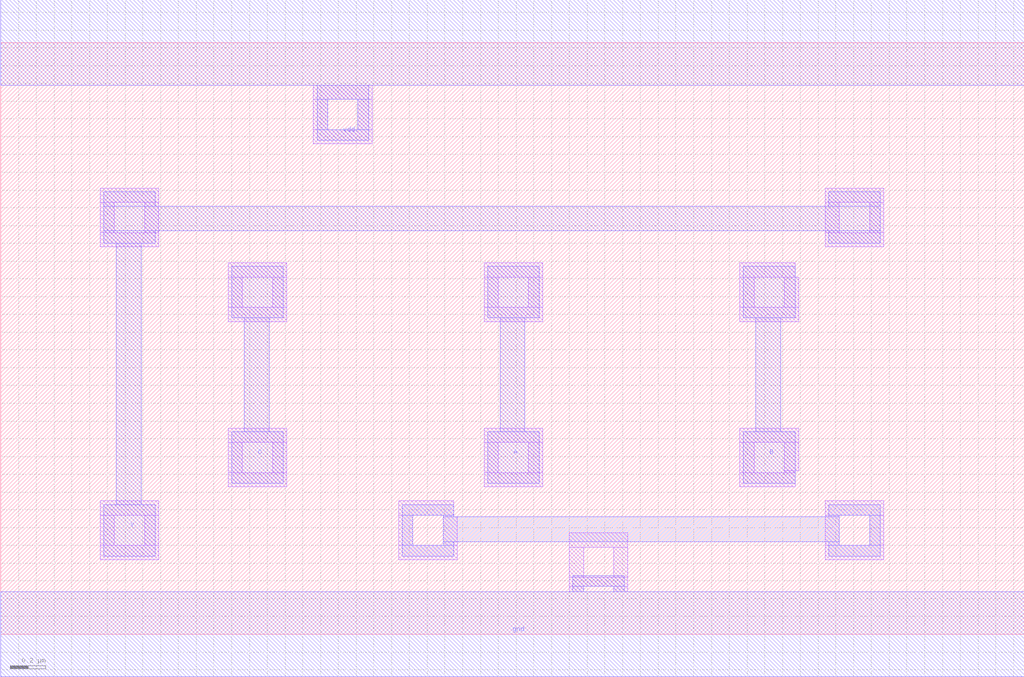
<source format=lef>
VERSION 5.7 ;
  NOWIREEXTENSIONATPIN ON ;
  DIVIDERCHAR "/" ;
  BUSBITCHARS "[]" ;
MACRO OAI21X1
  CLASS CORE ;
  FOREIGN OAI21X1 ;
  ORIGIN 0.000 0.000 ;
  SIZE 5.760 BY 3.330 ;
  SYMMETRY X Y R90 ;
  SITE unit ;
  PIN vdd
    DIRECTION INOUT ;
    USE POWER ;
    SHAPE ABUTMENT ;
    PORT
      LAYER met1 ;
        RECT 0.000 3.090 5.760 3.570 ;
        RECT 1.780 3.010 2.070 3.090 ;
        RECT 1.780 2.840 1.840 3.010 ;
        RECT 2.010 2.840 2.070 3.010 ;
        RECT 1.780 2.780 2.070 2.840 ;
    END
  END vdd
  PIN gnd
    DIRECTION INOUT ;
    USE GROUND ;
    SHAPE ABUTMENT ;
    PORT
      LAYER met1 ;
        RECT 3.220 0.270 3.510 0.330 ;
        RECT 3.220 0.240 3.280 0.270 ;
        RECT 3.450 0.240 3.510 0.270 ;
        RECT 0.000 -0.240 5.760 0.240 ;
    END
  END gnd
  PIN Y
    DIRECTION INOUT ;
    USE SIGNAL ;
    SHAPE ABUTMENT ;
    PORT
      LAYER met1 ;
        RECT 0.580 2.410 0.870 2.490 ;
        RECT 4.660 2.410 4.950 2.490 ;
        RECT 0.580 2.270 4.950 2.410 ;
        RECT 0.580 2.200 0.870 2.270 ;
        RECT 4.660 2.200 4.950 2.270 ;
        RECT 0.650 0.730 0.790 2.200 ;
        RECT 0.580 0.440 0.870 0.730 ;
    END
  END Y
  PIN A
    DIRECTION INOUT ;
    USE SIGNAL ;
    SHAPE ABUTMENT ;
    PORT
      LAYER met1 ;
        RECT 2.740 1.780 3.030 2.070 ;
        RECT 2.810 1.140 2.950 1.780 ;
        RECT 2.740 0.850 3.030 1.140 ;
    END
  END A
  PIN B
    DIRECTION INOUT ;
    USE SIGNAL ;
    SHAPE ABUTMENT ;
    PORT
      LAYER met1 ;
        RECT 4.180 1.780 4.470 2.070 ;
        RECT 4.250 1.140 4.390 1.780 ;
        RECT 4.180 0.850 4.470 1.140 ;
    END
  END B
  PIN C
    DIRECTION INOUT ;
    USE SIGNAL ;
    SHAPE ABUTMENT ;
    PORT
      LAYER met1 ;
        RECT 1.300 1.780 1.590 2.070 ;
        RECT 1.370 1.140 1.510 1.780 ;
        RECT 1.300 0.850 1.590 1.140 ;
    END
  END C
  OBS
      LAYER li1 ;
        RECT 1.760 3.010 2.090 3.090 ;
        RECT 1.760 2.840 1.840 3.010 ;
        RECT 2.010 2.840 2.090 3.010 ;
        RECT 1.760 2.760 2.090 2.840 ;
        RECT 0.560 2.430 0.890 2.510 ;
        RECT 0.560 2.260 0.640 2.430 ;
        RECT 0.810 2.260 0.890 2.430 ;
        RECT 0.560 2.180 0.890 2.260 ;
        RECT 4.640 2.430 4.970 2.510 ;
        RECT 4.640 2.260 4.720 2.430 ;
        RECT 4.890 2.260 4.970 2.430 ;
        RECT 4.640 2.180 4.970 2.260 ;
        RECT 1.280 2.010 1.610 2.090 ;
        RECT 1.280 1.840 1.360 2.010 ;
        RECT 1.530 1.840 1.610 2.010 ;
        RECT 1.280 1.760 1.610 1.840 ;
        RECT 2.720 2.010 3.050 2.090 ;
        RECT 2.720 1.840 2.800 2.010 ;
        RECT 2.970 1.840 3.050 2.010 ;
        RECT 2.720 1.760 3.050 1.840 ;
        RECT 4.160 2.010 4.470 2.090 ;
        RECT 4.160 1.840 4.240 2.010 ;
        RECT 4.410 1.840 4.490 2.010 ;
        RECT 4.160 1.760 4.490 1.840 ;
        RECT 1.280 1.080 1.610 1.160 ;
        RECT 1.280 0.910 1.360 1.080 ;
        RECT 1.530 0.910 1.610 1.080 ;
        RECT 1.280 0.830 1.610 0.910 ;
        RECT 2.720 1.080 3.050 1.160 ;
        RECT 2.720 0.910 2.800 1.080 ;
        RECT 2.970 0.910 3.050 1.080 ;
        RECT 2.720 0.830 3.050 0.910 ;
        RECT 4.160 1.080 4.490 1.160 ;
        RECT 4.160 0.910 4.240 1.080 ;
        RECT 4.410 0.920 4.490 1.080 ;
        RECT 4.410 0.910 4.470 0.920 ;
        RECT 4.160 0.830 4.470 0.910 ;
        RECT 0.560 0.670 0.890 0.750 ;
        RECT 0.560 0.500 0.640 0.670 ;
        RECT 0.810 0.500 0.890 0.670 ;
        RECT 0.560 0.420 0.890 0.500 ;
        RECT 2.240 0.670 2.550 0.750 ;
        RECT 2.240 0.500 2.320 0.670 ;
        RECT 2.490 0.660 2.550 0.670 ;
        RECT 4.640 0.670 4.970 0.750 ;
        RECT 2.490 0.500 2.570 0.660 ;
        RECT 2.240 0.420 2.570 0.500 ;
        RECT 3.200 0.490 3.530 0.570 ;
        RECT 3.200 0.320 3.280 0.490 ;
        RECT 3.450 0.320 3.530 0.490 ;
        RECT 4.640 0.500 4.720 0.670 ;
        RECT 4.890 0.500 4.970 0.670 ;
        RECT 4.640 0.420 4.970 0.500 ;
        RECT 3.200 0.270 3.530 0.320 ;
        RECT 3.200 0.240 3.280 0.270 ;
        RECT 3.450 0.240 3.530 0.270 ;
      LAYER met1 ;
        RECT 2.260 0.670 2.550 0.730 ;
        RECT 2.260 0.500 2.320 0.670 ;
        RECT 2.490 0.660 2.550 0.670 ;
        RECT 4.660 0.670 4.950 0.730 ;
        RECT 4.660 0.660 4.720 0.670 ;
        RECT 2.490 0.520 4.720 0.660 ;
        RECT 2.490 0.500 2.550 0.520 ;
        RECT 2.260 0.440 2.550 0.500 ;
        RECT 4.660 0.500 4.720 0.520 ;
        RECT 4.890 0.500 4.950 0.670 ;
        RECT 4.660 0.440 4.950 0.500 ;
  END
END OAI21X1
END LIBRARY


</source>
